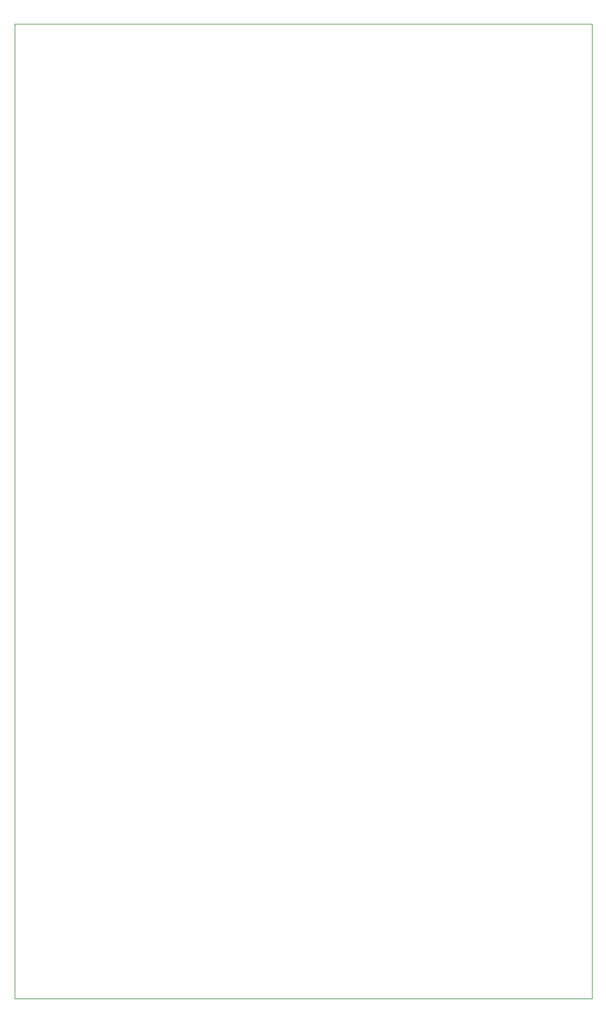
<source format=gbr>
G04*
G04 #@! TF.GenerationSoftware,Altium Limited,Altium Designer,24.4.1 (13)*
G04*
G04 Layer_Color=0*
%FSLAX25Y25*%
%MOIN*%
G70*
G04*
G04 #@! TF.SameCoordinates,58F61C8A-C965-4830-B12A-95CD484E7F12*
G04*
G04*
G04 #@! TF.FilePolarity,Positive*
G04*
G01*
G75*
%ADD89C,0.00100*%
D89*
X315000D01*
X314961Y197831D01*
Y265448D01*
X315000Y531496D01*
X0D01*
Y0D01*
M02*

</source>
